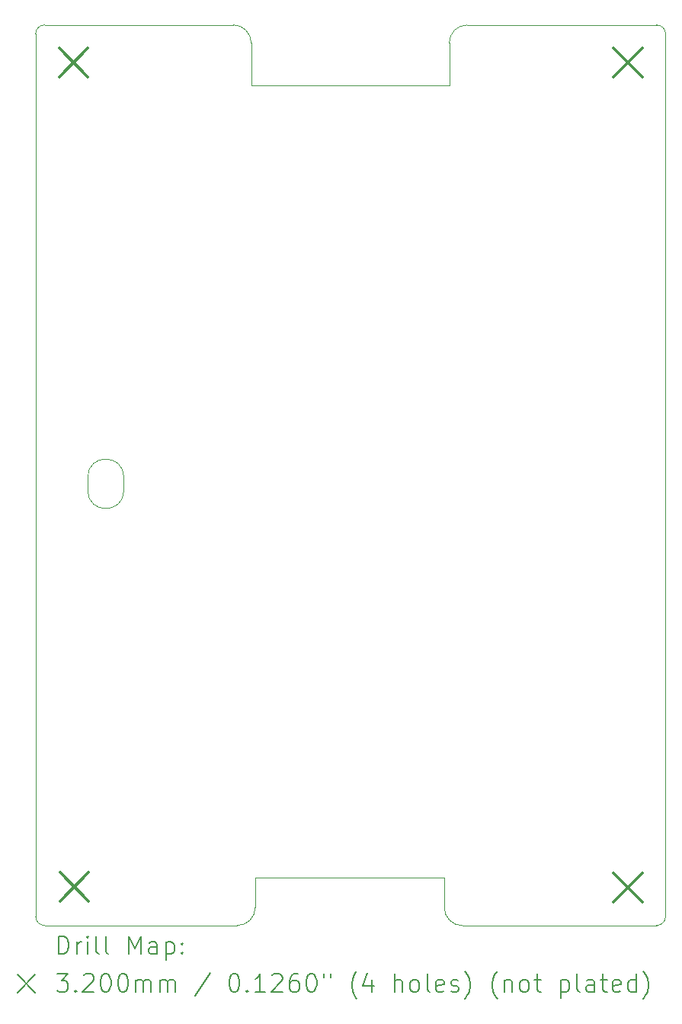
<source format=gbr>
%TF.GenerationSoftware,KiCad,Pcbnew,7.0.5-7.0.5~ubuntu22.04.1*%
%TF.CreationDate,2024-06-06T16:52:33+01:00*%
%TF.ProjectId,PBA0055-APRS-digirepeater-backplane-100x70,50424130-3035-4352-9d41-5052532d6469,rev?*%
%TF.SameCoordinates,Original*%
%TF.FileFunction,Drillmap*%
%TF.FilePolarity,Positive*%
%FSLAX45Y45*%
G04 Gerber Fmt 4.5, Leading zero omitted, Abs format (unit mm)*
G04 Created by KiCad (PCBNEW 7.0.5-7.0.5~ubuntu22.04.1) date 2024-06-06 16:52:33*
%MOMM*%
%LPD*%
G01*
G04 APERTURE LIST*
%ADD10C,0.100000*%
%ADD11C,0.200000*%
%ADD12C,0.320000*%
G04 APERTURE END LIST*
D10*
X15125000Y-5200000D02*
X15125000Y-5575000D01*
X15070000Y-14525000D02*
X15070000Y-14450000D01*
X10629289Y-4904289D02*
G75*
G03*
X10529289Y-5004289I1J-100001D01*
G01*
X12925000Y-5200000D02*
X12925000Y-5575000D01*
X10529291Y-14804289D02*
G75*
G03*
X10629289Y-14904289I99999J-1D01*
G01*
X15070000Y-14525000D02*
X15070000Y-14705000D01*
X15325000Y-4904290D02*
G75*
G03*
X15125000Y-5104289I0J-200000D01*
G01*
X15125000Y-5104289D02*
X15125000Y-5200000D01*
X17529289Y-14804289D02*
X17529289Y-14754289D01*
X12925000Y-5575000D02*
X14025000Y-5575000D01*
X11109000Y-10075000D02*
G75*
G03*
X11509000Y-10075000I200000J0D01*
G01*
X17429289Y-4904289D02*
X15325000Y-4904289D01*
X10529289Y-14804289D02*
X10529289Y-5004289D01*
X12725000Y-4904289D02*
X10629289Y-4904289D01*
X12970000Y-14450000D02*
X12970000Y-14375000D01*
X12970000Y-14525000D02*
X12970000Y-14450000D01*
X15070000Y-14450000D02*
X15070000Y-14375000D01*
X11509000Y-10075000D02*
X11509000Y-9925000D01*
X12770000Y-14904290D02*
G75*
G03*
X12970000Y-14704289I0J200000D01*
G01*
X11109000Y-9925000D02*
X11109000Y-10075000D01*
X12925001Y-5104289D02*
G75*
G03*
X12725000Y-4904289I-200001J-1D01*
G01*
X15270000Y-14905000D02*
X17429289Y-14905000D01*
X17529289Y-5763000D02*
X17529289Y-14035000D01*
X17529289Y-5004289D02*
X17529289Y-5027000D01*
X12970000Y-14375000D02*
X14050000Y-14375000D01*
X12970000Y-14704289D02*
X12970000Y-14525000D01*
X15070000Y-14705000D02*
G75*
G03*
X15270000Y-14905000I200000J0D01*
G01*
X15125000Y-5575000D02*
X14025000Y-5575000D01*
X17429289Y-14904289D02*
G75*
G03*
X17529289Y-14804289I1J99999D01*
G01*
X12925000Y-5104289D02*
X12925000Y-5200000D01*
X15070000Y-14375000D02*
X14050000Y-14375000D01*
X11509000Y-9925000D02*
G75*
G03*
X11109000Y-9925000I-200000J0D01*
G01*
X17529289Y-14754289D02*
X17529289Y-14035000D01*
X10629289Y-14904289D02*
X12770000Y-14904289D01*
X17529291Y-5004289D02*
G75*
G03*
X17429289Y-4904289I-100001J-1D01*
G01*
X17529289Y-5763000D02*
X17529289Y-5027000D01*
D11*
D12*
X10790000Y-5165000D02*
X11110000Y-5485000D01*
X11110000Y-5165000D02*
X10790000Y-5485000D01*
X10800000Y-14315000D02*
X11120000Y-14635000D01*
X11120000Y-14315000D02*
X10800000Y-14635000D01*
X16950000Y-5165000D02*
X17270000Y-5485000D01*
X17270000Y-5165000D02*
X16950000Y-5485000D01*
X16950000Y-14325000D02*
X17270000Y-14645000D01*
X17270000Y-14325000D02*
X16950000Y-14645000D01*
D11*
X10785066Y-15221484D02*
X10785066Y-15021484D01*
X10785066Y-15021484D02*
X10832685Y-15021484D01*
X10832685Y-15021484D02*
X10861257Y-15031008D01*
X10861257Y-15031008D02*
X10880304Y-15050055D01*
X10880304Y-15050055D02*
X10889828Y-15069103D01*
X10889828Y-15069103D02*
X10899352Y-15107198D01*
X10899352Y-15107198D02*
X10899352Y-15135769D01*
X10899352Y-15135769D02*
X10889828Y-15173865D01*
X10889828Y-15173865D02*
X10880304Y-15192912D01*
X10880304Y-15192912D02*
X10861257Y-15211960D01*
X10861257Y-15211960D02*
X10832685Y-15221484D01*
X10832685Y-15221484D02*
X10785066Y-15221484D01*
X10985066Y-15221484D02*
X10985066Y-15088150D01*
X10985066Y-15126246D02*
X10994590Y-15107198D01*
X10994590Y-15107198D02*
X11004114Y-15097674D01*
X11004114Y-15097674D02*
X11023161Y-15088150D01*
X11023161Y-15088150D02*
X11042209Y-15088150D01*
X11108876Y-15221484D02*
X11108876Y-15088150D01*
X11108876Y-15021484D02*
X11099352Y-15031008D01*
X11099352Y-15031008D02*
X11108876Y-15040531D01*
X11108876Y-15040531D02*
X11118399Y-15031008D01*
X11118399Y-15031008D02*
X11108876Y-15021484D01*
X11108876Y-15021484D02*
X11108876Y-15040531D01*
X11232685Y-15221484D02*
X11213637Y-15211960D01*
X11213637Y-15211960D02*
X11204114Y-15192912D01*
X11204114Y-15192912D02*
X11204114Y-15021484D01*
X11337447Y-15221484D02*
X11318399Y-15211960D01*
X11318399Y-15211960D02*
X11308876Y-15192912D01*
X11308876Y-15192912D02*
X11308876Y-15021484D01*
X11566018Y-15221484D02*
X11566018Y-15021484D01*
X11566018Y-15021484D02*
X11632685Y-15164341D01*
X11632685Y-15164341D02*
X11699352Y-15021484D01*
X11699352Y-15021484D02*
X11699352Y-15221484D01*
X11880304Y-15221484D02*
X11880304Y-15116722D01*
X11880304Y-15116722D02*
X11870780Y-15097674D01*
X11870780Y-15097674D02*
X11851733Y-15088150D01*
X11851733Y-15088150D02*
X11813637Y-15088150D01*
X11813637Y-15088150D02*
X11794590Y-15097674D01*
X11880304Y-15211960D02*
X11861257Y-15221484D01*
X11861257Y-15221484D02*
X11813637Y-15221484D01*
X11813637Y-15221484D02*
X11794590Y-15211960D01*
X11794590Y-15211960D02*
X11785066Y-15192912D01*
X11785066Y-15192912D02*
X11785066Y-15173865D01*
X11785066Y-15173865D02*
X11794590Y-15154817D01*
X11794590Y-15154817D02*
X11813637Y-15145293D01*
X11813637Y-15145293D02*
X11861257Y-15145293D01*
X11861257Y-15145293D02*
X11880304Y-15135769D01*
X11975542Y-15088150D02*
X11975542Y-15288150D01*
X11975542Y-15097674D02*
X11994590Y-15088150D01*
X11994590Y-15088150D02*
X12032685Y-15088150D01*
X12032685Y-15088150D02*
X12051733Y-15097674D01*
X12051733Y-15097674D02*
X12061257Y-15107198D01*
X12061257Y-15107198D02*
X12070780Y-15126246D01*
X12070780Y-15126246D02*
X12070780Y-15183388D01*
X12070780Y-15183388D02*
X12061257Y-15202436D01*
X12061257Y-15202436D02*
X12051733Y-15211960D01*
X12051733Y-15211960D02*
X12032685Y-15221484D01*
X12032685Y-15221484D02*
X11994590Y-15221484D01*
X11994590Y-15221484D02*
X11975542Y-15211960D01*
X12156495Y-15202436D02*
X12166018Y-15211960D01*
X12166018Y-15211960D02*
X12156495Y-15221484D01*
X12156495Y-15221484D02*
X12146971Y-15211960D01*
X12146971Y-15211960D02*
X12156495Y-15202436D01*
X12156495Y-15202436D02*
X12156495Y-15221484D01*
X12156495Y-15097674D02*
X12166018Y-15107198D01*
X12166018Y-15107198D02*
X12156495Y-15116722D01*
X12156495Y-15116722D02*
X12146971Y-15107198D01*
X12146971Y-15107198D02*
X12156495Y-15097674D01*
X12156495Y-15097674D02*
X12156495Y-15116722D01*
X10324289Y-15450000D02*
X10524289Y-15650000D01*
X10524289Y-15450000D02*
X10324289Y-15650000D01*
X10766019Y-15441484D02*
X10889828Y-15441484D01*
X10889828Y-15441484D02*
X10823161Y-15517674D01*
X10823161Y-15517674D02*
X10851733Y-15517674D01*
X10851733Y-15517674D02*
X10870780Y-15527198D01*
X10870780Y-15527198D02*
X10880304Y-15536722D01*
X10880304Y-15536722D02*
X10889828Y-15555769D01*
X10889828Y-15555769D02*
X10889828Y-15603388D01*
X10889828Y-15603388D02*
X10880304Y-15622436D01*
X10880304Y-15622436D02*
X10870780Y-15631960D01*
X10870780Y-15631960D02*
X10851733Y-15641484D01*
X10851733Y-15641484D02*
X10794590Y-15641484D01*
X10794590Y-15641484D02*
X10775542Y-15631960D01*
X10775542Y-15631960D02*
X10766019Y-15622436D01*
X10975542Y-15622436D02*
X10985066Y-15631960D01*
X10985066Y-15631960D02*
X10975542Y-15641484D01*
X10975542Y-15641484D02*
X10966019Y-15631960D01*
X10966019Y-15631960D02*
X10975542Y-15622436D01*
X10975542Y-15622436D02*
X10975542Y-15641484D01*
X11061257Y-15460531D02*
X11070780Y-15451008D01*
X11070780Y-15451008D02*
X11089828Y-15441484D01*
X11089828Y-15441484D02*
X11137447Y-15441484D01*
X11137447Y-15441484D02*
X11156495Y-15451008D01*
X11156495Y-15451008D02*
X11166019Y-15460531D01*
X11166019Y-15460531D02*
X11175542Y-15479579D01*
X11175542Y-15479579D02*
X11175542Y-15498627D01*
X11175542Y-15498627D02*
X11166019Y-15527198D01*
X11166019Y-15527198D02*
X11051733Y-15641484D01*
X11051733Y-15641484D02*
X11175542Y-15641484D01*
X11299352Y-15441484D02*
X11318399Y-15441484D01*
X11318399Y-15441484D02*
X11337447Y-15451008D01*
X11337447Y-15451008D02*
X11346971Y-15460531D01*
X11346971Y-15460531D02*
X11356495Y-15479579D01*
X11356495Y-15479579D02*
X11366018Y-15517674D01*
X11366018Y-15517674D02*
X11366018Y-15565293D01*
X11366018Y-15565293D02*
X11356495Y-15603388D01*
X11356495Y-15603388D02*
X11346971Y-15622436D01*
X11346971Y-15622436D02*
X11337447Y-15631960D01*
X11337447Y-15631960D02*
X11318399Y-15641484D01*
X11318399Y-15641484D02*
X11299352Y-15641484D01*
X11299352Y-15641484D02*
X11280304Y-15631960D01*
X11280304Y-15631960D02*
X11270780Y-15622436D01*
X11270780Y-15622436D02*
X11261257Y-15603388D01*
X11261257Y-15603388D02*
X11251733Y-15565293D01*
X11251733Y-15565293D02*
X11251733Y-15517674D01*
X11251733Y-15517674D02*
X11261257Y-15479579D01*
X11261257Y-15479579D02*
X11270780Y-15460531D01*
X11270780Y-15460531D02*
X11280304Y-15451008D01*
X11280304Y-15451008D02*
X11299352Y-15441484D01*
X11489828Y-15441484D02*
X11508876Y-15441484D01*
X11508876Y-15441484D02*
X11527923Y-15451008D01*
X11527923Y-15451008D02*
X11537447Y-15460531D01*
X11537447Y-15460531D02*
X11546971Y-15479579D01*
X11546971Y-15479579D02*
X11556495Y-15517674D01*
X11556495Y-15517674D02*
X11556495Y-15565293D01*
X11556495Y-15565293D02*
X11546971Y-15603388D01*
X11546971Y-15603388D02*
X11537447Y-15622436D01*
X11537447Y-15622436D02*
X11527923Y-15631960D01*
X11527923Y-15631960D02*
X11508876Y-15641484D01*
X11508876Y-15641484D02*
X11489828Y-15641484D01*
X11489828Y-15641484D02*
X11470780Y-15631960D01*
X11470780Y-15631960D02*
X11461257Y-15622436D01*
X11461257Y-15622436D02*
X11451733Y-15603388D01*
X11451733Y-15603388D02*
X11442209Y-15565293D01*
X11442209Y-15565293D02*
X11442209Y-15517674D01*
X11442209Y-15517674D02*
X11451733Y-15479579D01*
X11451733Y-15479579D02*
X11461257Y-15460531D01*
X11461257Y-15460531D02*
X11470780Y-15451008D01*
X11470780Y-15451008D02*
X11489828Y-15441484D01*
X11642209Y-15641484D02*
X11642209Y-15508150D01*
X11642209Y-15527198D02*
X11651733Y-15517674D01*
X11651733Y-15517674D02*
X11670780Y-15508150D01*
X11670780Y-15508150D02*
X11699352Y-15508150D01*
X11699352Y-15508150D02*
X11718399Y-15517674D01*
X11718399Y-15517674D02*
X11727923Y-15536722D01*
X11727923Y-15536722D02*
X11727923Y-15641484D01*
X11727923Y-15536722D02*
X11737447Y-15517674D01*
X11737447Y-15517674D02*
X11756495Y-15508150D01*
X11756495Y-15508150D02*
X11785066Y-15508150D01*
X11785066Y-15508150D02*
X11804114Y-15517674D01*
X11804114Y-15517674D02*
X11813638Y-15536722D01*
X11813638Y-15536722D02*
X11813638Y-15641484D01*
X11908876Y-15641484D02*
X11908876Y-15508150D01*
X11908876Y-15527198D02*
X11918399Y-15517674D01*
X11918399Y-15517674D02*
X11937447Y-15508150D01*
X11937447Y-15508150D02*
X11966019Y-15508150D01*
X11966019Y-15508150D02*
X11985066Y-15517674D01*
X11985066Y-15517674D02*
X11994590Y-15536722D01*
X11994590Y-15536722D02*
X11994590Y-15641484D01*
X11994590Y-15536722D02*
X12004114Y-15517674D01*
X12004114Y-15517674D02*
X12023161Y-15508150D01*
X12023161Y-15508150D02*
X12051733Y-15508150D01*
X12051733Y-15508150D02*
X12070780Y-15517674D01*
X12070780Y-15517674D02*
X12080304Y-15536722D01*
X12080304Y-15536722D02*
X12080304Y-15641484D01*
X12470780Y-15431960D02*
X12299352Y-15689103D01*
X12727923Y-15441484D02*
X12746971Y-15441484D01*
X12746971Y-15441484D02*
X12766019Y-15451008D01*
X12766019Y-15451008D02*
X12775542Y-15460531D01*
X12775542Y-15460531D02*
X12785066Y-15479579D01*
X12785066Y-15479579D02*
X12794590Y-15517674D01*
X12794590Y-15517674D02*
X12794590Y-15565293D01*
X12794590Y-15565293D02*
X12785066Y-15603388D01*
X12785066Y-15603388D02*
X12775542Y-15622436D01*
X12775542Y-15622436D02*
X12766019Y-15631960D01*
X12766019Y-15631960D02*
X12746971Y-15641484D01*
X12746971Y-15641484D02*
X12727923Y-15641484D01*
X12727923Y-15641484D02*
X12708876Y-15631960D01*
X12708876Y-15631960D02*
X12699352Y-15622436D01*
X12699352Y-15622436D02*
X12689828Y-15603388D01*
X12689828Y-15603388D02*
X12680304Y-15565293D01*
X12680304Y-15565293D02*
X12680304Y-15517674D01*
X12680304Y-15517674D02*
X12689828Y-15479579D01*
X12689828Y-15479579D02*
X12699352Y-15460531D01*
X12699352Y-15460531D02*
X12708876Y-15451008D01*
X12708876Y-15451008D02*
X12727923Y-15441484D01*
X12880304Y-15622436D02*
X12889828Y-15631960D01*
X12889828Y-15631960D02*
X12880304Y-15641484D01*
X12880304Y-15641484D02*
X12870781Y-15631960D01*
X12870781Y-15631960D02*
X12880304Y-15622436D01*
X12880304Y-15622436D02*
X12880304Y-15641484D01*
X13080304Y-15641484D02*
X12966019Y-15641484D01*
X13023161Y-15641484D02*
X13023161Y-15441484D01*
X13023161Y-15441484D02*
X13004114Y-15470055D01*
X13004114Y-15470055D02*
X12985066Y-15489103D01*
X12985066Y-15489103D02*
X12966019Y-15498627D01*
X13156495Y-15460531D02*
X13166019Y-15451008D01*
X13166019Y-15451008D02*
X13185066Y-15441484D01*
X13185066Y-15441484D02*
X13232685Y-15441484D01*
X13232685Y-15441484D02*
X13251733Y-15451008D01*
X13251733Y-15451008D02*
X13261257Y-15460531D01*
X13261257Y-15460531D02*
X13270781Y-15479579D01*
X13270781Y-15479579D02*
X13270781Y-15498627D01*
X13270781Y-15498627D02*
X13261257Y-15527198D01*
X13261257Y-15527198D02*
X13146971Y-15641484D01*
X13146971Y-15641484D02*
X13270781Y-15641484D01*
X13442209Y-15441484D02*
X13404114Y-15441484D01*
X13404114Y-15441484D02*
X13385066Y-15451008D01*
X13385066Y-15451008D02*
X13375542Y-15460531D01*
X13375542Y-15460531D02*
X13356495Y-15489103D01*
X13356495Y-15489103D02*
X13346971Y-15527198D01*
X13346971Y-15527198D02*
X13346971Y-15603388D01*
X13346971Y-15603388D02*
X13356495Y-15622436D01*
X13356495Y-15622436D02*
X13366019Y-15631960D01*
X13366019Y-15631960D02*
X13385066Y-15641484D01*
X13385066Y-15641484D02*
X13423162Y-15641484D01*
X13423162Y-15641484D02*
X13442209Y-15631960D01*
X13442209Y-15631960D02*
X13451733Y-15622436D01*
X13451733Y-15622436D02*
X13461257Y-15603388D01*
X13461257Y-15603388D02*
X13461257Y-15555769D01*
X13461257Y-15555769D02*
X13451733Y-15536722D01*
X13451733Y-15536722D02*
X13442209Y-15527198D01*
X13442209Y-15527198D02*
X13423162Y-15517674D01*
X13423162Y-15517674D02*
X13385066Y-15517674D01*
X13385066Y-15517674D02*
X13366019Y-15527198D01*
X13366019Y-15527198D02*
X13356495Y-15536722D01*
X13356495Y-15536722D02*
X13346971Y-15555769D01*
X13585066Y-15441484D02*
X13604114Y-15441484D01*
X13604114Y-15441484D02*
X13623162Y-15451008D01*
X13623162Y-15451008D02*
X13632685Y-15460531D01*
X13632685Y-15460531D02*
X13642209Y-15479579D01*
X13642209Y-15479579D02*
X13651733Y-15517674D01*
X13651733Y-15517674D02*
X13651733Y-15565293D01*
X13651733Y-15565293D02*
X13642209Y-15603388D01*
X13642209Y-15603388D02*
X13632685Y-15622436D01*
X13632685Y-15622436D02*
X13623162Y-15631960D01*
X13623162Y-15631960D02*
X13604114Y-15641484D01*
X13604114Y-15641484D02*
X13585066Y-15641484D01*
X13585066Y-15641484D02*
X13566019Y-15631960D01*
X13566019Y-15631960D02*
X13556495Y-15622436D01*
X13556495Y-15622436D02*
X13546971Y-15603388D01*
X13546971Y-15603388D02*
X13537447Y-15565293D01*
X13537447Y-15565293D02*
X13537447Y-15517674D01*
X13537447Y-15517674D02*
X13546971Y-15479579D01*
X13546971Y-15479579D02*
X13556495Y-15460531D01*
X13556495Y-15460531D02*
X13566019Y-15451008D01*
X13566019Y-15451008D02*
X13585066Y-15441484D01*
X13727923Y-15441484D02*
X13727923Y-15479579D01*
X13804114Y-15441484D02*
X13804114Y-15479579D01*
X14099352Y-15717674D02*
X14089828Y-15708150D01*
X14089828Y-15708150D02*
X14070781Y-15679579D01*
X14070781Y-15679579D02*
X14061257Y-15660531D01*
X14061257Y-15660531D02*
X14051733Y-15631960D01*
X14051733Y-15631960D02*
X14042209Y-15584341D01*
X14042209Y-15584341D02*
X14042209Y-15546246D01*
X14042209Y-15546246D02*
X14051733Y-15498627D01*
X14051733Y-15498627D02*
X14061257Y-15470055D01*
X14061257Y-15470055D02*
X14070781Y-15451008D01*
X14070781Y-15451008D02*
X14089828Y-15422436D01*
X14089828Y-15422436D02*
X14099352Y-15412912D01*
X14261257Y-15508150D02*
X14261257Y-15641484D01*
X14213638Y-15431960D02*
X14166019Y-15574817D01*
X14166019Y-15574817D02*
X14289828Y-15574817D01*
X14518400Y-15641484D02*
X14518400Y-15441484D01*
X14604114Y-15641484D02*
X14604114Y-15536722D01*
X14604114Y-15536722D02*
X14594590Y-15517674D01*
X14594590Y-15517674D02*
X14575543Y-15508150D01*
X14575543Y-15508150D02*
X14546971Y-15508150D01*
X14546971Y-15508150D02*
X14527924Y-15517674D01*
X14527924Y-15517674D02*
X14518400Y-15527198D01*
X14727924Y-15641484D02*
X14708876Y-15631960D01*
X14708876Y-15631960D02*
X14699352Y-15622436D01*
X14699352Y-15622436D02*
X14689828Y-15603388D01*
X14689828Y-15603388D02*
X14689828Y-15546246D01*
X14689828Y-15546246D02*
X14699352Y-15527198D01*
X14699352Y-15527198D02*
X14708876Y-15517674D01*
X14708876Y-15517674D02*
X14727924Y-15508150D01*
X14727924Y-15508150D02*
X14756495Y-15508150D01*
X14756495Y-15508150D02*
X14775543Y-15517674D01*
X14775543Y-15517674D02*
X14785066Y-15527198D01*
X14785066Y-15527198D02*
X14794590Y-15546246D01*
X14794590Y-15546246D02*
X14794590Y-15603388D01*
X14794590Y-15603388D02*
X14785066Y-15622436D01*
X14785066Y-15622436D02*
X14775543Y-15631960D01*
X14775543Y-15631960D02*
X14756495Y-15641484D01*
X14756495Y-15641484D02*
X14727924Y-15641484D01*
X14908876Y-15641484D02*
X14889828Y-15631960D01*
X14889828Y-15631960D02*
X14880305Y-15612912D01*
X14880305Y-15612912D02*
X14880305Y-15441484D01*
X15061257Y-15631960D02*
X15042209Y-15641484D01*
X15042209Y-15641484D02*
X15004114Y-15641484D01*
X15004114Y-15641484D02*
X14985066Y-15631960D01*
X14985066Y-15631960D02*
X14975543Y-15612912D01*
X14975543Y-15612912D02*
X14975543Y-15536722D01*
X14975543Y-15536722D02*
X14985066Y-15517674D01*
X14985066Y-15517674D02*
X15004114Y-15508150D01*
X15004114Y-15508150D02*
X15042209Y-15508150D01*
X15042209Y-15508150D02*
X15061257Y-15517674D01*
X15061257Y-15517674D02*
X15070781Y-15536722D01*
X15070781Y-15536722D02*
X15070781Y-15555769D01*
X15070781Y-15555769D02*
X14975543Y-15574817D01*
X15146971Y-15631960D02*
X15166019Y-15641484D01*
X15166019Y-15641484D02*
X15204114Y-15641484D01*
X15204114Y-15641484D02*
X15223162Y-15631960D01*
X15223162Y-15631960D02*
X15232686Y-15612912D01*
X15232686Y-15612912D02*
X15232686Y-15603388D01*
X15232686Y-15603388D02*
X15223162Y-15584341D01*
X15223162Y-15584341D02*
X15204114Y-15574817D01*
X15204114Y-15574817D02*
X15175543Y-15574817D01*
X15175543Y-15574817D02*
X15156495Y-15565293D01*
X15156495Y-15565293D02*
X15146971Y-15546246D01*
X15146971Y-15546246D02*
X15146971Y-15536722D01*
X15146971Y-15536722D02*
X15156495Y-15517674D01*
X15156495Y-15517674D02*
X15175543Y-15508150D01*
X15175543Y-15508150D02*
X15204114Y-15508150D01*
X15204114Y-15508150D02*
X15223162Y-15517674D01*
X15299352Y-15717674D02*
X15308876Y-15708150D01*
X15308876Y-15708150D02*
X15327924Y-15679579D01*
X15327924Y-15679579D02*
X15337447Y-15660531D01*
X15337447Y-15660531D02*
X15346971Y-15631960D01*
X15346971Y-15631960D02*
X15356495Y-15584341D01*
X15356495Y-15584341D02*
X15356495Y-15546246D01*
X15356495Y-15546246D02*
X15346971Y-15498627D01*
X15346971Y-15498627D02*
X15337447Y-15470055D01*
X15337447Y-15470055D02*
X15327924Y-15451008D01*
X15327924Y-15451008D02*
X15308876Y-15422436D01*
X15308876Y-15422436D02*
X15299352Y-15412912D01*
X15661257Y-15717674D02*
X15651733Y-15708150D01*
X15651733Y-15708150D02*
X15632686Y-15679579D01*
X15632686Y-15679579D02*
X15623162Y-15660531D01*
X15623162Y-15660531D02*
X15613638Y-15631960D01*
X15613638Y-15631960D02*
X15604114Y-15584341D01*
X15604114Y-15584341D02*
X15604114Y-15546246D01*
X15604114Y-15546246D02*
X15613638Y-15498627D01*
X15613638Y-15498627D02*
X15623162Y-15470055D01*
X15623162Y-15470055D02*
X15632686Y-15451008D01*
X15632686Y-15451008D02*
X15651733Y-15422436D01*
X15651733Y-15422436D02*
X15661257Y-15412912D01*
X15737447Y-15508150D02*
X15737447Y-15641484D01*
X15737447Y-15527198D02*
X15746971Y-15517674D01*
X15746971Y-15517674D02*
X15766019Y-15508150D01*
X15766019Y-15508150D02*
X15794590Y-15508150D01*
X15794590Y-15508150D02*
X15813638Y-15517674D01*
X15813638Y-15517674D02*
X15823162Y-15536722D01*
X15823162Y-15536722D02*
X15823162Y-15641484D01*
X15946971Y-15641484D02*
X15927924Y-15631960D01*
X15927924Y-15631960D02*
X15918400Y-15622436D01*
X15918400Y-15622436D02*
X15908876Y-15603388D01*
X15908876Y-15603388D02*
X15908876Y-15546246D01*
X15908876Y-15546246D02*
X15918400Y-15527198D01*
X15918400Y-15527198D02*
X15927924Y-15517674D01*
X15927924Y-15517674D02*
X15946971Y-15508150D01*
X15946971Y-15508150D02*
X15975543Y-15508150D01*
X15975543Y-15508150D02*
X15994590Y-15517674D01*
X15994590Y-15517674D02*
X16004114Y-15527198D01*
X16004114Y-15527198D02*
X16013638Y-15546246D01*
X16013638Y-15546246D02*
X16013638Y-15603388D01*
X16013638Y-15603388D02*
X16004114Y-15622436D01*
X16004114Y-15622436D02*
X15994590Y-15631960D01*
X15994590Y-15631960D02*
X15975543Y-15641484D01*
X15975543Y-15641484D02*
X15946971Y-15641484D01*
X16070781Y-15508150D02*
X16146971Y-15508150D01*
X16099352Y-15441484D02*
X16099352Y-15612912D01*
X16099352Y-15612912D02*
X16108876Y-15631960D01*
X16108876Y-15631960D02*
X16127924Y-15641484D01*
X16127924Y-15641484D02*
X16146971Y-15641484D01*
X16366019Y-15508150D02*
X16366019Y-15708150D01*
X16366019Y-15517674D02*
X16385067Y-15508150D01*
X16385067Y-15508150D02*
X16423162Y-15508150D01*
X16423162Y-15508150D02*
X16442209Y-15517674D01*
X16442209Y-15517674D02*
X16451733Y-15527198D01*
X16451733Y-15527198D02*
X16461257Y-15546246D01*
X16461257Y-15546246D02*
X16461257Y-15603388D01*
X16461257Y-15603388D02*
X16451733Y-15622436D01*
X16451733Y-15622436D02*
X16442209Y-15631960D01*
X16442209Y-15631960D02*
X16423162Y-15641484D01*
X16423162Y-15641484D02*
X16385067Y-15641484D01*
X16385067Y-15641484D02*
X16366019Y-15631960D01*
X16575543Y-15641484D02*
X16556495Y-15631960D01*
X16556495Y-15631960D02*
X16546971Y-15612912D01*
X16546971Y-15612912D02*
X16546971Y-15441484D01*
X16737448Y-15641484D02*
X16737448Y-15536722D01*
X16737448Y-15536722D02*
X16727924Y-15517674D01*
X16727924Y-15517674D02*
X16708876Y-15508150D01*
X16708876Y-15508150D02*
X16670781Y-15508150D01*
X16670781Y-15508150D02*
X16651733Y-15517674D01*
X16737448Y-15631960D02*
X16718400Y-15641484D01*
X16718400Y-15641484D02*
X16670781Y-15641484D01*
X16670781Y-15641484D02*
X16651733Y-15631960D01*
X16651733Y-15631960D02*
X16642209Y-15612912D01*
X16642209Y-15612912D02*
X16642209Y-15593865D01*
X16642209Y-15593865D02*
X16651733Y-15574817D01*
X16651733Y-15574817D02*
X16670781Y-15565293D01*
X16670781Y-15565293D02*
X16718400Y-15565293D01*
X16718400Y-15565293D02*
X16737448Y-15555769D01*
X16804114Y-15508150D02*
X16880305Y-15508150D01*
X16832686Y-15441484D02*
X16832686Y-15612912D01*
X16832686Y-15612912D02*
X16842210Y-15631960D01*
X16842210Y-15631960D02*
X16861257Y-15641484D01*
X16861257Y-15641484D02*
X16880305Y-15641484D01*
X17023162Y-15631960D02*
X17004114Y-15641484D01*
X17004114Y-15641484D02*
X16966019Y-15641484D01*
X16966019Y-15641484D02*
X16946971Y-15631960D01*
X16946971Y-15631960D02*
X16937448Y-15612912D01*
X16937448Y-15612912D02*
X16937448Y-15536722D01*
X16937448Y-15536722D02*
X16946971Y-15517674D01*
X16946971Y-15517674D02*
X16966019Y-15508150D01*
X16966019Y-15508150D02*
X17004114Y-15508150D01*
X17004114Y-15508150D02*
X17023162Y-15517674D01*
X17023162Y-15517674D02*
X17032686Y-15536722D01*
X17032686Y-15536722D02*
X17032686Y-15555769D01*
X17032686Y-15555769D02*
X16937448Y-15574817D01*
X17204114Y-15641484D02*
X17204114Y-15441484D01*
X17204114Y-15631960D02*
X17185067Y-15641484D01*
X17185067Y-15641484D02*
X17146971Y-15641484D01*
X17146971Y-15641484D02*
X17127924Y-15631960D01*
X17127924Y-15631960D02*
X17118400Y-15622436D01*
X17118400Y-15622436D02*
X17108876Y-15603388D01*
X17108876Y-15603388D02*
X17108876Y-15546246D01*
X17108876Y-15546246D02*
X17118400Y-15527198D01*
X17118400Y-15527198D02*
X17127924Y-15517674D01*
X17127924Y-15517674D02*
X17146971Y-15508150D01*
X17146971Y-15508150D02*
X17185067Y-15508150D01*
X17185067Y-15508150D02*
X17204114Y-15517674D01*
X17280305Y-15717674D02*
X17289829Y-15708150D01*
X17289829Y-15708150D02*
X17308876Y-15679579D01*
X17308876Y-15679579D02*
X17318400Y-15660531D01*
X17318400Y-15660531D02*
X17327924Y-15631960D01*
X17327924Y-15631960D02*
X17337448Y-15584341D01*
X17337448Y-15584341D02*
X17337448Y-15546246D01*
X17337448Y-15546246D02*
X17327924Y-15498627D01*
X17327924Y-15498627D02*
X17318400Y-15470055D01*
X17318400Y-15470055D02*
X17308876Y-15451008D01*
X17308876Y-15451008D02*
X17289829Y-15422436D01*
X17289829Y-15422436D02*
X17280305Y-15412912D01*
M02*

</source>
